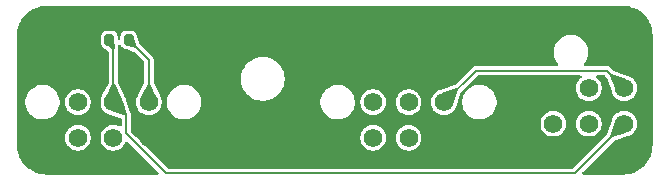
<source format=gbr>
%TF.GenerationSoftware,KiCad,Pcbnew,9.0.3*%
%TF.CreationDate,2025-10-12T18:36:48-05:00*%
%TF.ProjectId,MPPT-IOBreakoutPCB,4d505054-2d49-44f4-9272-65616b6f7574,rev?*%
%TF.SameCoordinates,Original*%
%TF.FileFunction,Copper,L1,Top*%
%TF.FilePolarity,Positive*%
%FSLAX46Y46*%
G04 Gerber Fmt 4.6, Leading zero omitted, Abs format (unit mm)*
G04 Created by KiCad (PCBNEW 9.0.3) date 2025-10-12 18:36:48*
%MOMM*%
%LPD*%
G01*
G04 APERTURE LIST*
G04 Aperture macros list*
%AMRoundRect*
0 Rectangle with rounded corners*
0 $1 Rounding radius*
0 $2 $3 $4 $5 $6 $7 $8 $9 X,Y pos of 4 corners*
0 Add a 4 corners polygon primitive as box body*
4,1,4,$2,$3,$4,$5,$6,$7,$8,$9,$2,$3,0*
0 Add four circle primitives for the rounded corners*
1,1,$1+$1,$2,$3*
1,1,$1+$1,$4,$5*
1,1,$1+$1,$6,$7*
1,1,$1+$1,$8,$9*
0 Add four rect primitives between the rounded corners*
20,1,$1+$1,$2,$3,$4,$5,0*
20,1,$1+$1,$4,$5,$6,$7,0*
20,1,$1+$1,$6,$7,$8,$9,0*
20,1,$1+$1,$8,$9,$2,$3,0*%
G04 Aperture macros list end*
%TA.AperFunction,SMDPad,CuDef*%
%ADD10RoundRect,0.200000X0.200000X0.275000X-0.200000X0.275000X-0.200000X-0.275000X0.200000X-0.275000X0*%
%TD*%
%TA.AperFunction,ComponentPad*%
%ADD11C,1.574800*%
%TD*%
%TA.AperFunction,Conductor*%
%ADD12C,0.200000*%
%TD*%
G04 APERTURE END LIST*
D10*
%TO.P,120m/s1,1,-*%
%TO.N,/CAN_H-out*%
X112150000Y-84400000D03*
%TO.P,120m/s1,2,+*%
%TO.N,/CAN_L-out*%
X110500000Y-84400000D03*
%TD*%
D11*
%TO.P,J1,1,Pin_1*%
%TO.N,+12V*%
X138840000Y-92679999D03*
%TO.P,J1,2,Pin_2*%
%TO.N,GND*%
X135840001Y-92679999D03*
%TO.P,J1,3,Pin_3*%
%TO.N,unconnected-(J1-Pin_3-Pad3)*%
X132840002Y-92679999D03*
%TO.P,J1,4,Pin_4*%
%TO.N,/CAN_H-in*%
X138840000Y-89680000D03*
%TO.P,J1,5,Pin_5*%
%TO.N,/CAN_L-in*%
X135840001Y-89680000D03*
%TO.P,J1,6,Pin_6*%
%TO.N,unconnected-(J1-Pin_6-Pad6)*%
X132840002Y-89680000D03*
%TD*%
%TO.P,J2,1,Pin_1*%
%TO.N,+12V*%
X113849998Y-92679999D03*
%TO.P,J2,2,Pin_2*%
%TO.N,GND*%
X110849999Y-92679999D03*
%TO.P,J2,3,Pin_3*%
%TO.N,unconnected-(J2-Pin_3-Pad3)*%
X107850000Y-92679999D03*
%TO.P,J2,4,Pin_4*%
%TO.N,/CAN_H-out*%
X113849998Y-89680000D03*
%TO.P,J2,5,Pin_5*%
%TO.N,/CAN_L-out*%
X110849999Y-89680000D03*
%TO.P,J2,6,Pin_6*%
%TO.N,unconnected-(J2-Pin_6-Pad6)*%
X107850000Y-89680000D03*
%TD*%
%TO.P,J3,1,Pin_1*%
%TO.N,+12V*%
X148104901Y-88490001D03*
%TO.P,J3,2,Pin_2*%
%TO.N,GND*%
X151104900Y-88490001D03*
%TO.P,J3,3,Pin_3*%
%TO.N,/CAN_H-in*%
X154104899Y-88490001D03*
%TO.P,J3,4,Pin_4*%
%TO.N,/CAN_L-in*%
X148104901Y-91490000D03*
%TO.P,J3,5,Pin_5*%
%TO.N,/CAN_H-out*%
X151104900Y-91490000D03*
%TO.P,J3,6,Pin_6*%
%TO.N,/CAN_L-out*%
X154104899Y-91490000D03*
%TD*%
D12*
%TO.N,/CAN_L-out*%
X111938399Y-90768400D02*
X110849999Y-89680000D01*
X111938399Y-92307631D02*
X111938399Y-90768400D01*
X115329768Y-95699000D02*
X111938399Y-92307631D01*
X149895899Y-95699000D02*
X115329768Y-95699000D01*
X154104899Y-91490000D02*
X149895899Y-95699000D01*
X110849999Y-84749999D02*
X110500000Y-84400000D01*
X110849999Y-89680000D02*
X110849999Y-84749999D01*
%TO.N,/CAN_H-out*%
X113849998Y-89680000D02*
X113849998Y-86099998D01*
X113849998Y-86099998D02*
X112150000Y-84400000D01*
%TO.N,/CAN_H-in*%
X141522501Y-86997499D02*
X152612397Y-86997499D01*
X138840000Y-89680000D02*
X141522501Y-86997499D01*
X152612397Y-86997499D02*
X154104899Y-88490001D01*
%TD*%
%TA.AperFunction,Conductor*%
%TO.N,+12V*%
G36*
X154003736Y-81500726D02*
G01*
X154293796Y-81518271D01*
X154308659Y-81520076D01*
X154590798Y-81571780D01*
X154605335Y-81575363D01*
X154879172Y-81660695D01*
X154893163Y-81666000D01*
X155154743Y-81783727D01*
X155167989Y-81790680D01*
X155413465Y-81939075D01*
X155425776Y-81947573D01*
X155651573Y-82124473D01*
X155662781Y-82134403D01*
X155865596Y-82337218D01*
X155875526Y-82348426D01*
X155995481Y-82501538D01*
X156052422Y-82574217D01*
X156060928Y-82586540D01*
X156209316Y-82832004D01*
X156216275Y-82845263D01*
X156333997Y-83106831D01*
X156339306Y-83120832D01*
X156424635Y-83394663D01*
X156428219Y-83409201D01*
X156479923Y-83691340D01*
X156481728Y-83706205D01*
X156499274Y-83996263D01*
X156499500Y-84003750D01*
X156499500Y-93296249D01*
X156499274Y-93303736D01*
X156481728Y-93593794D01*
X156479923Y-93608659D01*
X156428219Y-93890798D01*
X156424635Y-93905336D01*
X156339306Y-94179167D01*
X156333997Y-94193168D01*
X156216275Y-94454736D01*
X156209316Y-94467995D01*
X156060928Y-94713459D01*
X156052422Y-94725782D01*
X155875526Y-94951573D01*
X155865596Y-94962781D01*
X155662781Y-95165596D01*
X155651573Y-95175526D01*
X155425782Y-95352422D01*
X155413459Y-95360928D01*
X155167995Y-95509316D01*
X155154736Y-95516275D01*
X154893168Y-95633997D01*
X154879167Y-95639306D01*
X154605336Y-95724635D01*
X154590798Y-95728219D01*
X154308659Y-95779923D01*
X154293794Y-95781728D01*
X154003736Y-95799274D01*
X153996249Y-95799500D01*
X150661154Y-95799500D01*
X150594115Y-95779815D01*
X150548360Y-95727011D01*
X150538416Y-95657853D01*
X150567441Y-95594297D01*
X150573473Y-95587819D01*
X151209719Y-94951573D01*
X153207131Y-92954159D01*
X153255058Y-92924387D01*
X154346729Y-92554935D01*
X154346729Y-92554934D01*
X154348726Y-92554259D01*
X154359536Y-92551139D01*
X154359635Y-92551114D01*
X154359650Y-92551112D01*
X154522508Y-92498196D01*
X154675083Y-92420456D01*
X154813618Y-92319804D01*
X154934703Y-92198719D01*
X155035355Y-92060184D01*
X155113095Y-91907609D01*
X155166011Y-91744751D01*
X155192799Y-91575620D01*
X155192799Y-91404380D01*
X155166011Y-91235249D01*
X155113095Y-91072391D01*
X155035355Y-90919816D01*
X155035352Y-90919812D01*
X155035352Y-90919811D01*
X155006133Y-90879596D01*
X154934703Y-90781281D01*
X154813618Y-90660196D01*
X154745157Y-90610456D01*
X154675087Y-90559546D01*
X154675084Y-90559545D01*
X154675085Y-90559545D01*
X154675083Y-90559544D01*
X154522508Y-90481804D01*
X154359650Y-90428888D01*
X154359648Y-90428887D01*
X154359646Y-90428887D01*
X154241557Y-90410183D01*
X154190519Y-90402100D01*
X154019279Y-90402100D01*
X153980072Y-90408309D01*
X153850151Y-90428887D01*
X153687287Y-90481805D01*
X153534713Y-90559545D01*
X153534710Y-90559546D01*
X153438881Y-90629172D01*
X153396180Y-90660196D01*
X153396178Y-90660198D01*
X153396177Y-90660198D01*
X153275097Y-90781278D01*
X153275097Y-90781279D01*
X153275095Y-90781281D01*
X153267791Y-90791334D01*
X153174445Y-90919811D01*
X153174444Y-90919814D01*
X153096704Y-91072386D01*
X153043785Y-91235254D01*
X153043759Y-91235364D01*
X153040645Y-91246149D01*
X152670509Y-92339839D01*
X152640734Y-92387770D01*
X149766325Y-95262181D01*
X149705002Y-95295666D01*
X149678644Y-95298500D01*
X115547023Y-95298500D01*
X115479984Y-95278815D01*
X115459342Y-95262181D01*
X112791540Y-92594379D01*
X131752102Y-92594379D01*
X131752102Y-92765618D01*
X131778719Y-92933674D01*
X131778890Y-92934750D01*
X131831806Y-93097608D01*
X131901355Y-93234108D01*
X131909547Y-93250184D01*
X131909548Y-93250187D01*
X131943015Y-93296249D01*
X132010198Y-93388718D01*
X132131283Y-93509803D01*
X132209490Y-93566624D01*
X132269813Y-93610452D01*
X132269814Y-93610452D01*
X132269818Y-93610455D01*
X132422393Y-93688195D01*
X132585251Y-93741111D01*
X132754382Y-93767899D01*
X132754383Y-93767899D01*
X132925621Y-93767899D01*
X132925622Y-93767899D01*
X133094753Y-93741111D01*
X133257611Y-93688195D01*
X133410186Y-93610455D01*
X133548721Y-93509803D01*
X133669806Y-93388718D01*
X133770458Y-93250183D01*
X133848198Y-93097608D01*
X133901114Y-92934750D01*
X133927902Y-92765619D01*
X133927902Y-92594379D01*
X134752101Y-92594379D01*
X134752101Y-92765618D01*
X134778718Y-92933674D01*
X134778889Y-92934750D01*
X134831805Y-93097608D01*
X134901354Y-93234108D01*
X134909546Y-93250184D01*
X134909547Y-93250187D01*
X134943014Y-93296249D01*
X135010197Y-93388718D01*
X135131282Y-93509803D01*
X135209489Y-93566624D01*
X135269812Y-93610452D01*
X135269813Y-93610452D01*
X135269817Y-93610455D01*
X135422392Y-93688195D01*
X135585250Y-93741111D01*
X135754381Y-93767899D01*
X135754382Y-93767899D01*
X135925620Y-93767899D01*
X135925621Y-93767899D01*
X136094752Y-93741111D01*
X136257610Y-93688195D01*
X136410185Y-93610455D01*
X136548720Y-93509803D01*
X136669805Y-93388718D01*
X136770457Y-93250183D01*
X136848197Y-93097608D01*
X136901113Y-92934750D01*
X136927901Y-92765619D01*
X136927901Y-92594379D01*
X136901113Y-92425248D01*
X136848197Y-92262390D01*
X136770457Y-92109815D01*
X136770454Y-92109811D01*
X136770454Y-92109810D01*
X136734401Y-92060188D01*
X136669805Y-91971280D01*
X136548720Y-91850195D01*
X136496581Y-91812314D01*
X136410189Y-91749545D01*
X136410186Y-91749544D01*
X136410187Y-91749544D01*
X136410185Y-91749543D01*
X136257610Y-91671803D01*
X136094752Y-91618887D01*
X136094750Y-91618886D01*
X136094748Y-91618886D01*
X135976659Y-91600182D01*
X135925621Y-91592099D01*
X135754381Y-91592099D01*
X135715174Y-91598308D01*
X135585253Y-91618886D01*
X135422389Y-91671804D01*
X135269815Y-91749544D01*
X135269812Y-91749545D01*
X135166040Y-91824941D01*
X135131282Y-91850195D01*
X135131280Y-91850197D01*
X135131279Y-91850197D01*
X135010199Y-91971277D01*
X135010199Y-91971278D01*
X135010197Y-91971280D01*
X134984943Y-92006038D01*
X134909547Y-92109810D01*
X134909546Y-92109813D01*
X134831806Y-92262387D01*
X134778888Y-92425251D01*
X134752101Y-92594379D01*
X133927902Y-92594379D01*
X133901114Y-92425248D01*
X133848198Y-92262390D01*
X133770458Y-92109815D01*
X133770455Y-92109811D01*
X133770455Y-92109810D01*
X133734402Y-92060188D01*
X133669806Y-91971280D01*
X133548721Y-91850195D01*
X133496582Y-91812314D01*
X133410190Y-91749545D01*
X133410187Y-91749544D01*
X133410188Y-91749544D01*
X133410186Y-91749543D01*
X133257611Y-91671803D01*
X133094753Y-91618887D01*
X133094751Y-91618886D01*
X133094749Y-91618886D01*
X132976660Y-91600182D01*
X132925622Y-91592099D01*
X132754382Y-91592099D01*
X132715175Y-91598308D01*
X132585254Y-91618886D01*
X132422390Y-91671804D01*
X132269816Y-91749544D01*
X132269813Y-91749545D01*
X132166041Y-91824941D01*
X132131283Y-91850195D01*
X132131281Y-91850197D01*
X132131280Y-91850197D01*
X132010200Y-91971277D01*
X132010200Y-91971278D01*
X132010198Y-91971280D01*
X131984944Y-92006038D01*
X131909548Y-92109810D01*
X131909547Y-92109813D01*
X131831807Y-92262387D01*
X131778889Y-92425251D01*
X131752102Y-92594379D01*
X112791540Y-92594379D01*
X112375218Y-92178057D01*
X112341733Y-92116734D01*
X112338899Y-92090376D01*
X112338899Y-91404380D01*
X147017001Y-91404380D01*
X147017001Y-91575619D01*
X147041438Y-91729911D01*
X147043789Y-91744751D01*
X147073135Y-91835069D01*
X147096706Y-91907611D01*
X147174446Y-92060185D01*
X147174447Y-92060188D01*
X147210503Y-92109813D01*
X147275097Y-92198719D01*
X147396182Y-92319804D01*
X147423758Y-92339839D01*
X147534712Y-92420453D01*
X147534713Y-92420453D01*
X147534717Y-92420456D01*
X147687292Y-92498196D01*
X147850150Y-92551112D01*
X148019281Y-92577900D01*
X148019282Y-92577900D01*
X148190520Y-92577900D01*
X148190521Y-92577900D01*
X148359652Y-92551112D01*
X148522510Y-92498196D01*
X148675085Y-92420456D01*
X148813620Y-92319804D01*
X148934705Y-92198719D01*
X149035357Y-92060184D01*
X149113097Y-91907609D01*
X149166013Y-91744751D01*
X149192801Y-91575620D01*
X149192801Y-91404380D01*
X150017000Y-91404380D01*
X150017000Y-91575619D01*
X150041437Y-91729911D01*
X150043788Y-91744751D01*
X150073134Y-91835069D01*
X150096705Y-91907611D01*
X150174445Y-92060185D01*
X150174446Y-92060188D01*
X150210502Y-92109813D01*
X150275096Y-92198719D01*
X150396181Y-92319804D01*
X150423757Y-92339839D01*
X150534711Y-92420453D01*
X150534712Y-92420453D01*
X150534716Y-92420456D01*
X150687291Y-92498196D01*
X150850149Y-92551112D01*
X151019280Y-92577900D01*
X151019281Y-92577900D01*
X151190519Y-92577900D01*
X151190520Y-92577900D01*
X151359651Y-92551112D01*
X151522509Y-92498196D01*
X151675084Y-92420456D01*
X151813619Y-92319804D01*
X151934704Y-92198719D01*
X152035356Y-92060184D01*
X152113096Y-91907609D01*
X152166012Y-91744751D01*
X152192800Y-91575620D01*
X152192800Y-91404380D01*
X152166012Y-91235249D01*
X152113096Y-91072391D01*
X152035356Y-90919816D01*
X152035353Y-90919812D01*
X152035353Y-90919811D01*
X152006134Y-90879596D01*
X151934704Y-90781281D01*
X151813619Y-90660196D01*
X151745158Y-90610456D01*
X151675088Y-90559546D01*
X151675085Y-90559545D01*
X151675086Y-90559545D01*
X151675084Y-90559544D01*
X151522509Y-90481804D01*
X151359651Y-90428888D01*
X151359649Y-90428887D01*
X151359647Y-90428887D01*
X151241558Y-90410183D01*
X151190520Y-90402100D01*
X151019280Y-90402100D01*
X150980073Y-90408309D01*
X150850152Y-90428887D01*
X150687288Y-90481805D01*
X150534714Y-90559545D01*
X150534711Y-90559546D01*
X150438882Y-90629172D01*
X150396181Y-90660196D01*
X150396179Y-90660198D01*
X150396178Y-90660198D01*
X150275098Y-90781278D01*
X150275098Y-90781279D01*
X150275096Y-90781281D01*
X150267792Y-90791334D01*
X150174446Y-90919811D01*
X150174445Y-90919814D01*
X150096705Y-91072388D01*
X150043787Y-91235252D01*
X150017000Y-91404380D01*
X149192801Y-91404380D01*
X149166013Y-91235249D01*
X149113097Y-91072391D01*
X149035357Y-90919816D01*
X149035354Y-90919812D01*
X149035354Y-90919811D01*
X149006135Y-90879596D01*
X148934705Y-90781281D01*
X148813620Y-90660196D01*
X148745159Y-90610456D01*
X148675089Y-90559546D01*
X148675086Y-90559545D01*
X148675087Y-90559545D01*
X148675085Y-90559544D01*
X148522510Y-90481804D01*
X148359652Y-90428888D01*
X148359650Y-90428887D01*
X148359648Y-90428887D01*
X148241559Y-90410183D01*
X148190521Y-90402100D01*
X148019281Y-90402100D01*
X147980074Y-90408309D01*
X147850153Y-90428887D01*
X147687289Y-90481805D01*
X147534715Y-90559545D01*
X147534712Y-90559546D01*
X147438883Y-90629172D01*
X147396182Y-90660196D01*
X147396180Y-90660198D01*
X147396179Y-90660198D01*
X147275099Y-90781278D01*
X147275099Y-90781279D01*
X147275097Y-90781281D01*
X147267793Y-90791334D01*
X147174447Y-90919811D01*
X147174446Y-90919814D01*
X147096706Y-91072388D01*
X147043788Y-91235252D01*
X147017001Y-91404380D01*
X112338899Y-91404380D01*
X112338899Y-90715676D01*
X112338899Y-90715673D01*
X112322937Y-90656100D01*
X112311606Y-90613812D01*
X112311604Y-90613808D01*
X112296472Y-90587599D01*
X112286091Y-90564416D01*
X112258860Y-90481804D01*
X111934644Y-89498195D01*
X111914090Y-89435838D01*
X111911281Y-89425959D01*
X111911111Y-89425252D01*
X111911111Y-89425249D01*
X111858195Y-89262391D01*
X111780455Y-89109816D01*
X111780452Y-89109812D01*
X111780396Y-89109720D01*
X111774956Y-89099868D01*
X111774023Y-89097981D01*
X111774022Y-89097976D01*
X111267087Y-88072392D01*
X111263337Y-88064805D01*
X111250499Y-88009859D01*
X111250499Y-85203608D01*
X111254320Y-85174047D01*
X111250499Y-85106199D01*
X111250499Y-84919045D01*
X111270184Y-84852006D01*
X111322988Y-84806251D01*
X111392146Y-84796307D01*
X111455702Y-84825332D01*
X111490681Y-84875713D01*
X111506201Y-84917326D01*
X111506206Y-84917335D01*
X111592452Y-85032544D01*
X111592455Y-85032547D01*
X111707664Y-85118793D01*
X111707671Y-85118797D01*
X111842516Y-85169091D01*
X111868419Y-85171875D01*
X111902127Y-85175500D01*
X111968764Y-85175499D01*
X112011875Y-85183234D01*
X112550611Y-85382991D01*
X112595182Y-85411575D01*
X113413179Y-86229572D01*
X113446664Y-86290895D01*
X113449498Y-86317253D01*
X113449498Y-88009858D01*
X113436660Y-88064804D01*
X112925033Y-89099879D01*
X112919610Y-89109704D01*
X112919546Y-89109808D01*
X112841803Y-89262388D01*
X112788885Y-89425252D01*
X112762098Y-89594380D01*
X112762098Y-89765619D01*
X112788868Y-89934641D01*
X112788886Y-89934751D01*
X112841802Y-90097609D01*
X112913995Y-90239298D01*
X112919543Y-90250185D01*
X112919544Y-90250188D01*
X112961390Y-90307782D01*
X113020194Y-90388719D01*
X113141279Y-90509804D01*
X113209740Y-90559544D01*
X113279809Y-90610453D01*
X113279810Y-90610453D01*
X113279814Y-90610456D01*
X113432389Y-90688196D01*
X113595247Y-90741112D01*
X113764378Y-90767900D01*
X113764379Y-90767900D01*
X113935617Y-90767900D01*
X113935618Y-90767900D01*
X114104749Y-90741112D01*
X114267607Y-90688196D01*
X114420182Y-90610456D01*
X114558717Y-90509804D01*
X114679802Y-90388719D01*
X114780454Y-90250184D01*
X114858194Y-90097609D01*
X114911110Y-89934751D01*
X114937898Y-89765620D01*
X114937898Y-89594380D01*
X114933296Y-89565326D01*
X115392997Y-89565326D01*
X115392997Y-89794673D01*
X115428872Y-90021182D01*
X115499743Y-90239298D01*
X115575879Y-90388721D01*
X115603859Y-90443634D01*
X115738660Y-90629172D01*
X115900825Y-90791337D01*
X116086363Y-90926138D01*
X116182903Y-90975328D01*
X116290698Y-91030253D01*
X116290700Y-91030253D01*
X116290703Y-91030255D01*
X116407616Y-91068242D01*
X116508814Y-91101124D01*
X116735324Y-91137000D01*
X116735329Y-91137000D01*
X116964670Y-91137000D01*
X117191179Y-91101124D01*
X117213187Y-91093973D01*
X117409291Y-91030255D01*
X117613631Y-90926138D01*
X117799169Y-90791337D01*
X117961334Y-90629172D01*
X118096135Y-90443634D01*
X118200252Y-90239294D01*
X118271121Y-90021182D01*
X118284810Y-89934755D01*
X118306997Y-89794673D01*
X118306997Y-89565326D01*
X128383003Y-89565326D01*
X128383003Y-89794673D01*
X128418878Y-90021182D01*
X128489749Y-90239298D01*
X128565885Y-90388721D01*
X128593865Y-90443634D01*
X128728666Y-90629172D01*
X128890831Y-90791337D01*
X129076369Y-90926138D01*
X129172909Y-90975328D01*
X129280704Y-91030253D01*
X129280706Y-91030253D01*
X129280709Y-91030255D01*
X129397622Y-91068242D01*
X129498820Y-91101124D01*
X129725330Y-91137000D01*
X129725335Y-91137000D01*
X129954676Y-91137000D01*
X130181185Y-91101124D01*
X130203193Y-91093973D01*
X130399297Y-91030255D01*
X130603637Y-90926138D01*
X130789175Y-90791337D01*
X130951340Y-90629172D01*
X131086141Y-90443634D01*
X131190258Y-90239294D01*
X131261127Y-90021182D01*
X131274816Y-89934755D01*
X131297003Y-89794673D01*
X131297003Y-89594380D01*
X131752102Y-89594380D01*
X131752102Y-89765619D01*
X131778872Y-89934641D01*
X131778890Y-89934751D01*
X131831806Y-90097609D01*
X131903999Y-90239298D01*
X131909547Y-90250185D01*
X131909548Y-90250188D01*
X131951394Y-90307782D01*
X132010198Y-90388719D01*
X132131283Y-90509804D01*
X132199744Y-90559544D01*
X132269813Y-90610453D01*
X132269814Y-90610453D01*
X132269818Y-90610456D01*
X132422393Y-90688196D01*
X132585251Y-90741112D01*
X132754382Y-90767900D01*
X132754383Y-90767900D01*
X132925621Y-90767900D01*
X132925622Y-90767900D01*
X133094753Y-90741112D01*
X133257611Y-90688196D01*
X133410186Y-90610456D01*
X133548721Y-90509804D01*
X133669806Y-90388719D01*
X133770458Y-90250184D01*
X133848198Y-90097609D01*
X133901114Y-89934751D01*
X133927902Y-89765620D01*
X133927902Y-89594380D01*
X134752101Y-89594380D01*
X134752101Y-89765619D01*
X134778871Y-89934641D01*
X134778889Y-89934751D01*
X134831805Y-90097609D01*
X134903998Y-90239298D01*
X134909546Y-90250185D01*
X134909547Y-90250188D01*
X134951393Y-90307782D01*
X135010197Y-90388719D01*
X135131282Y-90509804D01*
X135199743Y-90559544D01*
X135269812Y-90610453D01*
X135269813Y-90610453D01*
X135269817Y-90610456D01*
X135422392Y-90688196D01*
X135585250Y-90741112D01*
X135754381Y-90767900D01*
X135754382Y-90767900D01*
X135925620Y-90767900D01*
X135925621Y-90767900D01*
X136094752Y-90741112D01*
X136257610Y-90688196D01*
X136410185Y-90610456D01*
X136548720Y-90509804D01*
X136669805Y-90388719D01*
X136770457Y-90250184D01*
X136848197Y-90097609D01*
X136901113Y-89934751D01*
X136927901Y-89765620D01*
X136927901Y-89594380D01*
X137752100Y-89594380D01*
X137752100Y-89765619D01*
X137778870Y-89934641D01*
X137778888Y-89934751D01*
X137831804Y-90097609D01*
X137903997Y-90239298D01*
X137909545Y-90250185D01*
X137909546Y-90250188D01*
X137951392Y-90307782D01*
X138010196Y-90388719D01*
X138131281Y-90509804D01*
X138199742Y-90559544D01*
X138269811Y-90610453D01*
X138269812Y-90610453D01*
X138269816Y-90610456D01*
X138422391Y-90688196D01*
X138585249Y-90741112D01*
X138754380Y-90767900D01*
X138754381Y-90767900D01*
X138925619Y-90767900D01*
X138925620Y-90767900D01*
X139094751Y-90741112D01*
X139257609Y-90688196D01*
X139410184Y-90610456D01*
X139548719Y-90509804D01*
X139669804Y-90388719D01*
X139770456Y-90250184D01*
X139848196Y-90097609D01*
X139901112Y-89934751D01*
X139901113Y-89934739D01*
X139901138Y-89934641D01*
X139904259Y-89923824D01*
X139904932Y-89921835D01*
X139904935Y-89921830D01*
X140025586Y-89565326D01*
X140382999Y-89565326D01*
X140382999Y-89794673D01*
X140418874Y-90021182D01*
X140489745Y-90239298D01*
X140565881Y-90388721D01*
X140593861Y-90443634D01*
X140728662Y-90629172D01*
X140890827Y-90791337D01*
X141076365Y-90926138D01*
X141172905Y-90975328D01*
X141280700Y-91030253D01*
X141280702Y-91030253D01*
X141280705Y-91030255D01*
X141397618Y-91068242D01*
X141498816Y-91101124D01*
X141725326Y-91137000D01*
X141725331Y-91137000D01*
X141954672Y-91137000D01*
X142181181Y-91101124D01*
X142203189Y-91093973D01*
X142399293Y-91030255D01*
X142603633Y-90926138D01*
X142789171Y-90791337D01*
X142951336Y-90629172D01*
X143086137Y-90443634D01*
X143190254Y-90239294D01*
X143261123Y-90021182D01*
X143274812Y-89934755D01*
X143296999Y-89794673D01*
X143296999Y-89565326D01*
X143261123Y-89338817D01*
X143190252Y-89120701D01*
X143089386Y-88922743D01*
X143086137Y-88916366D01*
X142951336Y-88730828D01*
X142789171Y-88568663D01*
X142603633Y-88433862D01*
X142545774Y-88404381D01*
X142399297Y-88329746D01*
X142181181Y-88258875D01*
X141954672Y-88223000D01*
X141954667Y-88223000D01*
X141725331Y-88223000D01*
X141725326Y-88223000D01*
X141498816Y-88258875D01*
X141280700Y-88329746D01*
X141076364Y-88433862D01*
X140890824Y-88568665D01*
X140728664Y-88730825D01*
X140593861Y-88916365D01*
X140489745Y-89120701D01*
X140418874Y-89338817D01*
X140382999Y-89565326D01*
X140025586Y-89565326D01*
X140274387Y-88830159D01*
X140304159Y-88782232D01*
X141652075Y-87434318D01*
X141713398Y-87400833D01*
X141739756Y-87397999D01*
X150375433Y-87397999D01*
X150442472Y-87417684D01*
X150488227Y-87470488D01*
X150498171Y-87539646D01*
X150469146Y-87603202D01*
X150448322Y-87622313D01*
X150396181Y-87660197D01*
X150396179Y-87660199D01*
X150396178Y-87660199D01*
X150275098Y-87781279D01*
X150275098Y-87781280D01*
X150275096Y-87781282D01*
X150249842Y-87816040D01*
X150174446Y-87919812D01*
X150174445Y-87919815D01*
X150096705Y-88072389D01*
X150043787Y-88235253D01*
X150017000Y-88404381D01*
X150017000Y-88575620D01*
X150042059Y-88733839D01*
X150043788Y-88744752D01*
X150071539Y-88830161D01*
X150096705Y-88907612D01*
X150174445Y-89060186D01*
X150174446Y-89060189D01*
X150210502Y-89109814D01*
X150275096Y-89198720D01*
X150396181Y-89319805D01*
X150455939Y-89363222D01*
X150534711Y-89420454D01*
X150534712Y-89420454D01*
X150534716Y-89420457D01*
X150687291Y-89498197D01*
X150850149Y-89551113D01*
X151019280Y-89577901D01*
X151019281Y-89577901D01*
X151190519Y-89577901D01*
X151190520Y-89577901D01*
X151359651Y-89551113D01*
X151522509Y-89498197D01*
X151675084Y-89420457D01*
X151813619Y-89319805D01*
X151934704Y-89198720D01*
X152035356Y-89060185D01*
X152113096Y-88907610D01*
X152166012Y-88744752D01*
X152192800Y-88575621D01*
X152192800Y-88404381D01*
X152166012Y-88235250D01*
X152113096Y-88072392D01*
X152035356Y-87919817D01*
X152035353Y-87919813D01*
X152035353Y-87919812D01*
X152006134Y-87879597D01*
X151934704Y-87781282D01*
X151813619Y-87660197D01*
X151761479Y-87622315D01*
X151718816Y-87566987D01*
X151712837Y-87497373D01*
X151745443Y-87435579D01*
X151806282Y-87401221D01*
X151834367Y-87397999D01*
X152395142Y-87397999D01*
X152424582Y-87406643D01*
X152454569Y-87413167D01*
X152459584Y-87416921D01*
X152462181Y-87417684D01*
X152482823Y-87434318D01*
X152640735Y-87592230D01*
X152670510Y-87640160D01*
X153039442Y-88730293D01*
X153040643Y-88733839D01*
X153043759Y-88744635D01*
X153043786Y-88744748D01*
X153043787Y-88744752D01*
X153071538Y-88830161D01*
X153096704Y-88907612D01*
X153174444Y-89060186D01*
X153174445Y-89060189D01*
X153210501Y-89109814D01*
X153275095Y-89198720D01*
X153396180Y-89319805D01*
X153455938Y-89363222D01*
X153534710Y-89420454D01*
X153534711Y-89420454D01*
X153534715Y-89420457D01*
X153687290Y-89498197D01*
X153850148Y-89551113D01*
X154019279Y-89577901D01*
X154019280Y-89577901D01*
X154190518Y-89577901D01*
X154190519Y-89577901D01*
X154359650Y-89551113D01*
X154522508Y-89498197D01*
X154675083Y-89420457D01*
X154813618Y-89319805D01*
X154934703Y-89198720D01*
X155035355Y-89060185D01*
X155113095Y-88907610D01*
X155166011Y-88744752D01*
X155192799Y-88575621D01*
X155192799Y-88404381D01*
X155166011Y-88235250D01*
X155113095Y-88072392D01*
X155035355Y-87919817D01*
X155035352Y-87919813D01*
X155035352Y-87919812D01*
X155006133Y-87879597D01*
X154934703Y-87781282D01*
X154813618Y-87660197D01*
X154748269Y-87612718D01*
X154675087Y-87559547D01*
X154675084Y-87559546D01*
X154675085Y-87559546D01*
X154675083Y-87559545D01*
X154626127Y-87534601D01*
X154522512Y-87481806D01*
X154359641Y-87428886D01*
X154359532Y-87428860D01*
X154348742Y-87425745D01*
X153255059Y-87055612D01*
X153207128Y-87025837D01*
X152858312Y-86677021D01*
X152858310Y-86677019D01*
X152812647Y-86650655D01*
X152766986Y-86624292D01*
X152716054Y-86610645D01*
X152665124Y-86596999D01*
X152665123Y-86596999D01*
X150807712Y-86596999D01*
X150740673Y-86577314D01*
X150694918Y-86524510D01*
X150684974Y-86455352D01*
X150713426Y-86392463D01*
X150716227Y-86389181D01*
X150716238Y-86389171D01*
X150851039Y-86203633D01*
X150955156Y-85999293D01*
X151026025Y-85781181D01*
X151061901Y-85554672D01*
X151061901Y-85325325D01*
X151026025Y-85098816D01*
X150967058Y-84917335D01*
X150955156Y-84880705D01*
X150955154Y-84880702D01*
X150955154Y-84880700D01*
X150900229Y-84772905D01*
X150851039Y-84676365D01*
X150716238Y-84490827D01*
X150554073Y-84328662D01*
X150368535Y-84193861D01*
X150300863Y-84159380D01*
X150164199Y-84089745D01*
X149946083Y-84018874D01*
X149719574Y-83982999D01*
X149719569Y-83982999D01*
X149490233Y-83982999D01*
X149490228Y-83982999D01*
X149263718Y-84018874D01*
X149045602Y-84089745D01*
X148841266Y-84193861D01*
X148655726Y-84328664D01*
X148493566Y-84490824D01*
X148358763Y-84676364D01*
X148254647Y-84880700D01*
X148183776Y-85098816D01*
X148147901Y-85325325D01*
X148147901Y-85554672D01*
X148183776Y-85781181D01*
X148254647Y-85999297D01*
X148335544Y-86158064D01*
X148358763Y-86203633D01*
X148493564Y-86389171D01*
X148493568Y-86389175D01*
X148496376Y-86392463D01*
X148524950Y-86456223D01*
X148514516Y-86525309D01*
X148468388Y-86577787D01*
X148402090Y-86596999D01*
X141469774Y-86596999D01*
X141367911Y-86624292D01*
X141276588Y-86677019D01*
X141276585Y-86677021D01*
X139737769Y-88215836D01*
X139689838Y-88245611D01*
X138596154Y-88615745D01*
X138585364Y-88618860D01*
X138585254Y-88618886D01*
X138422386Y-88671805D01*
X138269814Y-88749545D01*
X138269811Y-88749546D01*
X138166039Y-88824942D01*
X138131281Y-88850196D01*
X138131279Y-88850198D01*
X138131278Y-88850198D01*
X138010198Y-88971278D01*
X138010198Y-88971279D01*
X138010196Y-88971281D01*
X137984942Y-89006039D01*
X137909546Y-89109811D01*
X137909545Y-89109814D01*
X137831805Y-89262388D01*
X137778887Y-89425252D01*
X137752100Y-89594380D01*
X136927901Y-89594380D01*
X136901113Y-89425249D01*
X136848197Y-89262391D01*
X136770457Y-89109816D01*
X136770454Y-89109812D01*
X136770454Y-89109811D01*
X136734401Y-89060189D01*
X136669805Y-88971281D01*
X136548720Y-88850196D01*
X136496581Y-88812315D01*
X136410189Y-88749546D01*
X136410186Y-88749545D01*
X136410187Y-88749545D01*
X136410185Y-88749544D01*
X136257610Y-88671804D01*
X136094752Y-88618888D01*
X136094750Y-88618887D01*
X136094748Y-88618887D01*
X135976659Y-88600183D01*
X135925621Y-88592100D01*
X135754381Y-88592100D01*
X135715174Y-88598309D01*
X135585253Y-88618887D01*
X135422389Y-88671805D01*
X135269815Y-88749545D01*
X135269812Y-88749546D01*
X135166040Y-88824942D01*
X135131282Y-88850196D01*
X135131280Y-88850198D01*
X135131279Y-88850198D01*
X135010199Y-88971278D01*
X135010199Y-88971279D01*
X135010197Y-88971281D01*
X134984943Y-89006039D01*
X134909547Y-89109811D01*
X134909546Y-89109814D01*
X134831806Y-89262388D01*
X134778888Y-89425252D01*
X134752101Y-89594380D01*
X133927902Y-89594380D01*
X133901114Y-89425249D01*
X133848198Y-89262391D01*
X133770458Y-89109816D01*
X133770455Y-89109812D01*
X133770455Y-89109811D01*
X133734402Y-89060189D01*
X133669806Y-88971281D01*
X133548721Y-88850196D01*
X133496582Y-88812315D01*
X133410190Y-88749546D01*
X133410187Y-88749545D01*
X133410188Y-88749545D01*
X133410186Y-88749544D01*
X133257611Y-88671804D01*
X133094753Y-88618888D01*
X133094751Y-88618887D01*
X133094749Y-88618887D01*
X132976660Y-88600183D01*
X132925622Y-88592100D01*
X132754382Y-88592100D01*
X132715175Y-88598309D01*
X132585254Y-88618887D01*
X132422390Y-88671805D01*
X132269816Y-88749545D01*
X132269813Y-88749546D01*
X132166041Y-88824942D01*
X132131283Y-88850196D01*
X132131281Y-88850198D01*
X132131280Y-88850198D01*
X132010200Y-88971278D01*
X132010200Y-88971279D01*
X132010198Y-88971281D01*
X131984944Y-89006039D01*
X131909548Y-89109811D01*
X131909547Y-89109814D01*
X131831807Y-89262388D01*
X131778889Y-89425252D01*
X131752102Y-89594380D01*
X131297003Y-89594380D01*
X131297003Y-89565326D01*
X131261127Y-89338817D01*
X131190256Y-89120701D01*
X131089390Y-88922743D01*
X131086141Y-88916366D01*
X130951340Y-88730828D01*
X130789175Y-88568663D01*
X130603637Y-88433862D01*
X130545778Y-88404381D01*
X130399301Y-88329746D01*
X130181185Y-88258875D01*
X129954676Y-88223000D01*
X129954671Y-88223000D01*
X129725335Y-88223000D01*
X129725330Y-88223000D01*
X129498820Y-88258875D01*
X129280704Y-88329746D01*
X129076368Y-88433862D01*
X128890828Y-88568665D01*
X128728668Y-88730825D01*
X128593865Y-88916365D01*
X128489749Y-89120701D01*
X128418878Y-89338817D01*
X128383003Y-89565326D01*
X118306997Y-89565326D01*
X118271121Y-89338817D01*
X118200250Y-89120701D01*
X118099384Y-88922743D01*
X118096135Y-88916366D01*
X117961334Y-88730828D01*
X117799169Y-88568663D01*
X117613631Y-88433862D01*
X117555772Y-88404381D01*
X117409295Y-88329746D01*
X117191179Y-88258875D01*
X116964670Y-88223000D01*
X116964665Y-88223000D01*
X116735329Y-88223000D01*
X116735324Y-88223000D01*
X116508814Y-88258875D01*
X116290698Y-88329746D01*
X116086362Y-88433862D01*
X115900822Y-88568665D01*
X115738662Y-88730825D01*
X115603859Y-88916365D01*
X115499743Y-89120701D01*
X115428872Y-89338817D01*
X115392997Y-89565326D01*
X114933296Y-89565326D01*
X114911110Y-89425249D01*
X114858194Y-89262391D01*
X114780454Y-89109816D01*
X114780451Y-89109812D01*
X114780395Y-89109720D01*
X114774955Y-89099868D01*
X114774022Y-89097981D01*
X114774021Y-89097976D01*
X114267086Y-88072392D01*
X114263336Y-88064805D01*
X114250498Y-88009859D01*
X114250498Y-87578711D01*
X121649500Y-87578711D01*
X121649500Y-87821288D01*
X121681161Y-88061785D01*
X121743947Y-88296104D01*
X121836773Y-88520205D01*
X121836776Y-88520212D01*
X121958064Y-88730289D01*
X121958066Y-88730292D01*
X121958067Y-88730293D01*
X122105733Y-88922736D01*
X122105739Y-88922743D01*
X122277256Y-89094260D01*
X122277263Y-89094266D01*
X122390321Y-89181018D01*
X122469711Y-89241936D01*
X122679788Y-89363224D01*
X122903900Y-89456054D01*
X123138211Y-89518838D01*
X123318586Y-89542584D01*
X123378711Y-89550500D01*
X123378712Y-89550500D01*
X123621289Y-89550500D01*
X123669388Y-89544167D01*
X123861789Y-89518838D01*
X124096100Y-89456054D01*
X124110315Y-89450165D01*
X124120617Y-89445899D01*
X124182046Y-89420454D01*
X124320212Y-89363224D01*
X124530289Y-89241936D01*
X124722738Y-89094265D01*
X124894265Y-88922738D01*
X125041936Y-88730289D01*
X125163224Y-88520212D01*
X125256054Y-88296100D01*
X125318838Y-88061789D01*
X125350500Y-87821288D01*
X125350500Y-87578712D01*
X125348956Y-87566987D01*
X125336252Y-87470488D01*
X125318838Y-87338211D01*
X125256054Y-87103900D01*
X125163224Y-86879788D01*
X125041936Y-86669711D01*
X124894265Y-86477262D01*
X124894260Y-86477256D01*
X124722743Y-86305739D01*
X124722736Y-86305733D01*
X124530293Y-86158067D01*
X124530292Y-86158066D01*
X124530289Y-86158064D01*
X124320212Y-86036776D01*
X124320205Y-86036773D01*
X124096104Y-85943947D01*
X123861785Y-85881161D01*
X123621289Y-85849500D01*
X123621288Y-85849500D01*
X123378712Y-85849500D01*
X123378711Y-85849500D01*
X123138214Y-85881161D01*
X122903895Y-85943947D01*
X122679794Y-86036773D01*
X122679788Y-86036776D01*
X122469706Y-86158067D01*
X122277263Y-86305733D01*
X122277256Y-86305739D01*
X122105739Y-86477256D01*
X122105733Y-86477263D01*
X121958067Y-86669706D01*
X121836777Y-86879785D01*
X121836773Y-86879794D01*
X121743947Y-87103895D01*
X121681161Y-87338214D01*
X121649500Y-87578711D01*
X114250498Y-87578711D01*
X114250498Y-86047271D01*
X114250497Y-86047265D01*
X114247687Y-86036778D01*
X114247686Y-86036776D01*
X114247685Y-86036773D01*
X114223205Y-85945410D01*
X114170478Y-85854085D01*
X113154251Y-84837858D01*
X113128173Y-84799522D01*
X113126778Y-84796307D01*
X112906348Y-84288132D01*
X112860740Y-84182989D01*
X112850499Y-84133644D01*
X112850499Y-84077129D01*
X112850498Y-84077123D01*
X112844091Y-84017516D01*
X112793797Y-83882671D01*
X112793793Y-83882664D01*
X112707547Y-83767455D01*
X112707544Y-83767452D01*
X112592335Y-83681206D01*
X112592328Y-83681202D01*
X112457486Y-83630910D01*
X112457485Y-83630909D01*
X112457483Y-83630909D01*
X112397873Y-83624500D01*
X112397863Y-83624500D01*
X111902129Y-83624500D01*
X111902123Y-83624501D01*
X111842516Y-83630908D01*
X111707671Y-83681202D01*
X111707664Y-83681206D01*
X111592455Y-83767452D01*
X111592452Y-83767455D01*
X111506206Y-83882664D01*
X111506202Y-83882671D01*
X111455910Y-84017513D01*
X111455909Y-84017517D01*
X111449500Y-84077127D01*
X111449500Y-84077134D01*
X111449500Y-84077135D01*
X111449500Y-84266030D01*
X111442668Y-84289294D01*
X111440094Y-84313402D01*
X111433001Y-84322215D01*
X111429815Y-84333069D01*
X111411492Y-84348945D01*
X111396291Y-84367837D01*
X111385558Y-84371417D01*
X111377011Y-84378824D01*
X111353014Y-84382274D01*
X111330013Y-84389948D01*
X111319049Y-84387158D01*
X111307853Y-84388768D01*
X111285797Y-84378695D01*
X111262301Y-84372716D01*
X111254587Y-84364442D01*
X111244297Y-84359743D01*
X111231188Y-84339345D01*
X111214655Y-84321612D01*
X111209110Y-84304990D01*
X111206523Y-84300965D01*
X111203486Y-84288132D01*
X111202485Y-84282606D01*
X111200499Y-84260504D01*
X111200499Y-84077129D01*
X111200498Y-84077123D01*
X111194091Y-84017516D01*
X111143797Y-83882671D01*
X111143793Y-83882664D01*
X111057547Y-83767455D01*
X111057544Y-83767452D01*
X110942335Y-83681206D01*
X110942328Y-83681202D01*
X110807486Y-83630910D01*
X110807485Y-83630909D01*
X110807483Y-83630909D01*
X110747873Y-83624500D01*
X110747863Y-83624500D01*
X110252129Y-83624500D01*
X110252123Y-83624501D01*
X110192516Y-83630908D01*
X110057671Y-83681202D01*
X110057664Y-83681206D01*
X109942455Y-83767452D01*
X109942452Y-83767455D01*
X109856206Y-83882664D01*
X109856202Y-83882671D01*
X109805910Y-84017513D01*
X109805909Y-84017517D01*
X109799500Y-84077127D01*
X109799500Y-84077134D01*
X109799500Y-84077135D01*
X109799500Y-84722870D01*
X109799501Y-84722876D01*
X109805908Y-84782483D01*
X109856202Y-84917328D01*
X109856206Y-84917335D01*
X109942452Y-85032544D01*
X109942455Y-85032547D01*
X110057664Y-85118793D01*
X110057673Y-85118798D01*
X110118667Y-85141547D01*
X110146101Y-85155905D01*
X110174294Y-85175499D01*
X110396267Y-85329773D01*
X110440082Y-85384197D01*
X110449499Y-85431596D01*
X110449499Y-88009858D01*
X110436661Y-88064804D01*
X109925034Y-89099879D01*
X109919611Y-89109704D01*
X109919547Y-89109808D01*
X109841804Y-89262388D01*
X109788886Y-89425252D01*
X109762099Y-89594380D01*
X109762099Y-89765619D01*
X109788869Y-89934641D01*
X109788887Y-89934751D01*
X109841803Y-90097609D01*
X109913996Y-90239298D01*
X109919544Y-90250185D01*
X109919545Y-90250188D01*
X109961391Y-90307782D01*
X110020195Y-90388719D01*
X110141280Y-90509804D01*
X110209741Y-90559544D01*
X110279810Y-90610453D01*
X110279811Y-90610453D01*
X110279815Y-90610456D01*
X110432390Y-90688196D01*
X110595248Y-90741112D01*
X110595257Y-90741113D01*
X110599985Y-90742249D01*
X110599890Y-90742642D01*
X110614763Y-90746726D01*
X110614769Y-90746707D01*
X110615826Y-90747018D01*
X110619553Y-90748042D01*
X110620276Y-90748330D01*
X111448953Y-90992555D01*
X111507693Y-91030388D01*
X111536655Y-91093973D01*
X111537899Y-91111497D01*
X111537899Y-91607173D01*
X111518214Y-91674212D01*
X111465410Y-91719967D01*
X111396252Y-91729911D01*
X111357604Y-91717658D01*
X111267610Y-91671804D01*
X111267609Y-91671803D01*
X111267608Y-91671803D01*
X111104750Y-91618887D01*
X111104748Y-91618886D01*
X111104746Y-91618886D01*
X110986657Y-91600182D01*
X110935619Y-91592099D01*
X110764379Y-91592099D01*
X110725172Y-91598308D01*
X110595251Y-91618886D01*
X110432387Y-91671804D01*
X110279813Y-91749544D01*
X110279810Y-91749545D01*
X110176038Y-91824941D01*
X110141280Y-91850195D01*
X110141278Y-91850197D01*
X110141277Y-91850197D01*
X110020197Y-91971277D01*
X110020197Y-91971278D01*
X110020195Y-91971280D01*
X109994941Y-92006038D01*
X109919545Y-92109810D01*
X109919544Y-92109813D01*
X109841804Y-92262387D01*
X109788886Y-92425251D01*
X109762099Y-92594379D01*
X109762099Y-92765618D01*
X109788716Y-92933674D01*
X109788887Y-92934750D01*
X109841803Y-93097608D01*
X109911352Y-93234108D01*
X109919544Y-93250184D01*
X109919545Y-93250187D01*
X109953012Y-93296249D01*
X110020195Y-93388718D01*
X110141280Y-93509803D01*
X110219487Y-93566624D01*
X110279810Y-93610452D01*
X110279811Y-93610452D01*
X110279815Y-93610455D01*
X110432390Y-93688195D01*
X110595248Y-93741111D01*
X110764379Y-93767899D01*
X110764380Y-93767899D01*
X110935618Y-93767899D01*
X110935619Y-93767899D01*
X111104750Y-93741111D01*
X111267608Y-93688195D01*
X111420183Y-93610455D01*
X111558718Y-93509803D01*
X111679803Y-93388718D01*
X111780455Y-93250183D01*
X111858195Y-93097608D01*
X111870166Y-93060763D01*
X111909601Y-93003091D01*
X111973959Y-92975891D01*
X112042806Y-92987805D01*
X112075777Y-93011402D01*
X114652194Y-95587819D01*
X114685679Y-95649142D01*
X114680695Y-95718834D01*
X114638823Y-95774767D01*
X114573359Y-95799184D01*
X114564513Y-95799500D01*
X105203751Y-95799500D01*
X105196264Y-95799274D01*
X104906205Y-95781728D01*
X104891340Y-95779923D01*
X104609201Y-95728219D01*
X104594663Y-95724635D01*
X104320832Y-95639306D01*
X104306831Y-95633997D01*
X104045263Y-95516275D01*
X104032004Y-95509316D01*
X103786540Y-95360928D01*
X103774217Y-95352422D01*
X103701773Y-95295666D01*
X103548426Y-95175526D01*
X103537218Y-95165596D01*
X103334403Y-94962781D01*
X103324473Y-94951573D01*
X103147573Y-94725776D01*
X103139075Y-94713465D01*
X102990680Y-94467989D01*
X102983727Y-94454743D01*
X102866000Y-94193163D01*
X102860693Y-94179167D01*
X102775364Y-93905336D01*
X102771780Y-93890798D01*
X102720076Y-93608659D01*
X102718271Y-93593794D01*
X102700726Y-93303736D01*
X102700500Y-93296249D01*
X102700500Y-92594379D01*
X106762100Y-92594379D01*
X106762100Y-92765618D01*
X106788717Y-92933674D01*
X106788888Y-92934750D01*
X106841804Y-93097608D01*
X106911353Y-93234108D01*
X106919545Y-93250184D01*
X106919546Y-93250187D01*
X106953013Y-93296249D01*
X107020196Y-93388718D01*
X107141281Y-93509803D01*
X107219488Y-93566624D01*
X107279811Y-93610452D01*
X107279812Y-93610452D01*
X107279816Y-93610455D01*
X107432391Y-93688195D01*
X107595249Y-93741111D01*
X107764380Y-93767899D01*
X107764381Y-93767899D01*
X107935619Y-93767899D01*
X107935620Y-93767899D01*
X108104751Y-93741111D01*
X108267609Y-93688195D01*
X108420184Y-93610455D01*
X108558719Y-93509803D01*
X108679804Y-93388718D01*
X108780456Y-93250183D01*
X108858196Y-93097608D01*
X108911112Y-92934750D01*
X108937900Y-92765619D01*
X108937900Y-92594379D01*
X108911112Y-92425248D01*
X108858196Y-92262390D01*
X108780456Y-92109815D01*
X108780453Y-92109811D01*
X108780453Y-92109810D01*
X108744400Y-92060188D01*
X108679804Y-91971280D01*
X108558719Y-91850195D01*
X108506580Y-91812314D01*
X108420188Y-91749545D01*
X108420185Y-91749544D01*
X108420186Y-91749544D01*
X108420184Y-91749543D01*
X108267609Y-91671803D01*
X108104751Y-91618887D01*
X108104749Y-91618886D01*
X108104747Y-91618886D01*
X107986658Y-91600182D01*
X107935620Y-91592099D01*
X107764380Y-91592099D01*
X107725173Y-91598308D01*
X107595252Y-91618886D01*
X107432388Y-91671804D01*
X107279814Y-91749544D01*
X107279811Y-91749545D01*
X107176039Y-91824941D01*
X107141281Y-91850195D01*
X107141279Y-91850197D01*
X107141278Y-91850197D01*
X107020198Y-91971277D01*
X107020198Y-91971278D01*
X107020196Y-91971280D01*
X106994942Y-92006038D01*
X106919546Y-92109810D01*
X106919545Y-92109813D01*
X106841805Y-92262387D01*
X106788887Y-92425251D01*
X106762100Y-92594379D01*
X102700500Y-92594379D01*
X102700500Y-89565326D01*
X103393001Y-89565326D01*
X103393001Y-89794673D01*
X103428876Y-90021182D01*
X103499747Y-90239298D01*
X103575883Y-90388721D01*
X103603863Y-90443634D01*
X103738664Y-90629172D01*
X103900829Y-90791337D01*
X104086367Y-90926138D01*
X104182907Y-90975328D01*
X104290702Y-91030253D01*
X104290704Y-91030253D01*
X104290707Y-91030255D01*
X104407620Y-91068242D01*
X104508818Y-91101124D01*
X104735328Y-91137000D01*
X104735333Y-91137000D01*
X104964674Y-91137000D01*
X105191183Y-91101124D01*
X105213191Y-91093973D01*
X105409295Y-91030255D01*
X105613635Y-90926138D01*
X105799173Y-90791337D01*
X105961338Y-90629172D01*
X106096139Y-90443634D01*
X106200256Y-90239294D01*
X106271125Y-90021182D01*
X106284814Y-89934755D01*
X106307001Y-89794673D01*
X106307001Y-89594380D01*
X106762100Y-89594380D01*
X106762100Y-89765619D01*
X106788870Y-89934641D01*
X106788888Y-89934751D01*
X106841804Y-90097609D01*
X106913997Y-90239298D01*
X106919545Y-90250185D01*
X106919546Y-90250188D01*
X106961392Y-90307782D01*
X107020196Y-90388719D01*
X107141281Y-90509804D01*
X107209742Y-90559544D01*
X107279811Y-90610453D01*
X107279812Y-90610453D01*
X107279816Y-90610456D01*
X107432391Y-90688196D01*
X107595249Y-90741112D01*
X107764380Y-90767900D01*
X107764381Y-90767900D01*
X107935619Y-90767900D01*
X107935620Y-90767900D01*
X108104751Y-90741112D01*
X108267609Y-90688196D01*
X108420184Y-90610456D01*
X108558719Y-90509804D01*
X108679804Y-90388719D01*
X108780456Y-90250184D01*
X108858196Y-90097609D01*
X108911112Y-89934751D01*
X108937900Y-89765620D01*
X108937900Y-89594380D01*
X108911112Y-89425249D01*
X108858196Y-89262391D01*
X108780456Y-89109816D01*
X108780453Y-89109812D01*
X108780453Y-89109811D01*
X108744400Y-89060189D01*
X108679804Y-88971281D01*
X108558719Y-88850196D01*
X108506580Y-88812315D01*
X108420188Y-88749546D01*
X108420185Y-88749545D01*
X108420186Y-88749545D01*
X108420184Y-88749544D01*
X108267609Y-88671804D01*
X108104751Y-88618888D01*
X108104749Y-88618887D01*
X108104747Y-88618887D01*
X107986658Y-88600183D01*
X107935620Y-88592100D01*
X107764380Y-88592100D01*
X107725173Y-88598309D01*
X107595252Y-88618887D01*
X107432388Y-88671805D01*
X107279814Y-88749545D01*
X107279811Y-88749546D01*
X107176039Y-88824942D01*
X107141281Y-88850196D01*
X107141279Y-88850198D01*
X107141278Y-88850198D01*
X107020198Y-88971278D01*
X107020198Y-88971279D01*
X107020196Y-88971281D01*
X106994942Y-89006039D01*
X106919546Y-89109811D01*
X106919545Y-89109814D01*
X106841805Y-89262388D01*
X106788887Y-89425252D01*
X106762100Y-89594380D01*
X106307001Y-89594380D01*
X106307001Y-89565326D01*
X106271125Y-89338817D01*
X106200254Y-89120701D01*
X106099388Y-88922743D01*
X106096139Y-88916366D01*
X105961338Y-88730828D01*
X105799173Y-88568663D01*
X105613635Y-88433862D01*
X105555776Y-88404381D01*
X105409299Y-88329746D01*
X105191183Y-88258875D01*
X104964674Y-88223000D01*
X104964669Y-88223000D01*
X104735333Y-88223000D01*
X104735328Y-88223000D01*
X104508818Y-88258875D01*
X104290702Y-88329746D01*
X104086366Y-88433862D01*
X103900826Y-88568665D01*
X103738666Y-88730825D01*
X103603863Y-88916365D01*
X103499747Y-89120701D01*
X103428876Y-89338817D01*
X103393001Y-89565326D01*
X102700500Y-89565326D01*
X102700500Y-84003750D01*
X102700726Y-83996263D01*
X102718271Y-83706205D01*
X102720076Y-83691340D01*
X102721934Y-83681204D01*
X102771780Y-83409197D01*
X102775364Y-83394663D01*
X102852096Y-83148422D01*
X102860696Y-83120822D01*
X102865998Y-83106841D01*
X102983731Y-82845249D01*
X102990676Y-82832016D01*
X103139080Y-82586526D01*
X103147567Y-82574230D01*
X103324480Y-82348417D01*
X103334395Y-82337226D01*
X103537226Y-82134395D01*
X103548417Y-82124480D01*
X103774230Y-81947567D01*
X103786526Y-81939080D01*
X104032016Y-81790676D01*
X104045249Y-81783731D01*
X104306841Y-81665998D01*
X104320822Y-81660696D01*
X104594668Y-81575362D01*
X104609197Y-81571780D01*
X104891344Y-81520075D01*
X104906201Y-81518271D01*
X105196264Y-81500726D01*
X105203751Y-81500500D01*
X105265892Y-81500500D01*
X153934108Y-81500500D01*
X153996249Y-81500500D01*
X154003736Y-81500726D01*
G37*
%TD.AperFunction*%
%TD*%
%TA.AperFunction,Conductor*%
%TO.N,/CAN_L-out*%
G36*
X111620905Y-89530148D02*
G01*
X111625505Y-89536205D01*
X112033335Y-90773478D01*
X112032670Y-90782408D01*
X112025886Y-90788253D01*
X112022223Y-90788841D01*
X111840088Y-90788841D01*
X111836780Y-90788364D01*
X111836403Y-90788253D01*
X111670202Y-90739270D01*
X110706635Y-90455290D01*
X110699669Y-90449664D01*
X110698467Y-90441788D01*
X110848473Y-89686677D01*
X110853446Y-89679232D01*
X110857676Y-89677482D01*
X111612126Y-89528390D01*
X111620905Y-89530148D01*
G37*
%TD.AperFunction*%
%TD*%
%TA.AperFunction,Conductor*%
%TO.N,/CAN_L-out*%
G36*
X154097918Y-91487772D02*
G01*
X154105369Y-91492740D01*
X154107126Y-91496980D01*
X154256522Y-92252205D01*
X154254765Y-92260985D01*
X154248795Y-92265558D01*
X153079640Y-92661234D01*
X153070705Y-92660640D01*
X153067616Y-92658424D01*
X152936474Y-92527282D01*
X152933047Y-92519009D01*
X152933662Y-92515264D01*
X153329340Y-91346102D01*
X153335239Y-91339365D01*
X153342690Y-91338376D01*
X154097918Y-91487772D01*
G37*
%TD.AperFunction*%
%TD*%
%TA.AperFunction,Conductor*%
%TO.N,/CAN_L-out*%
G36*
X110895496Y-84320202D02*
G01*
X110900537Y-84327603D01*
X110900763Y-84329329D01*
X110949303Y-85191225D01*
X110946347Y-85199678D01*
X110938280Y-85203564D01*
X110937622Y-85203583D01*
X110753665Y-85203583D01*
X110746988Y-85201490D01*
X110276370Y-84874404D01*
X110271532Y-84866869D01*
X110272555Y-84859619D01*
X110497475Y-84404112D01*
X110504211Y-84398212D01*
X110505574Y-84397839D01*
X110886700Y-84318532D01*
X110895496Y-84320202D01*
G37*
%TD.AperFunction*%
%TD*%
%TA.AperFunction,Conductor*%
%TO.N,/CAN_L-out*%
G36*
X110951004Y-88123757D02*
G01*
X110953220Y-88126846D01*
X111500152Y-89233347D01*
X111500746Y-89242282D01*
X111496173Y-89248252D01*
X110856509Y-89676640D01*
X110847729Y-89678397D01*
X110843489Y-89676640D01*
X110203824Y-89248252D01*
X110198856Y-89240801D01*
X110199844Y-89233349D01*
X110746778Y-88126845D01*
X110753516Y-88120947D01*
X110757267Y-88120330D01*
X110942731Y-88120330D01*
X110951004Y-88123757D01*
G37*
%TD.AperFunction*%
%TD*%
%TA.AperFunction,Conductor*%
%TO.N,/CAN_H-out*%
G36*
X113951003Y-88123757D02*
G01*
X113953219Y-88126846D01*
X114500151Y-89233347D01*
X114500745Y-89242282D01*
X114496172Y-89248252D01*
X113856508Y-89676640D01*
X113847728Y-89678397D01*
X113843488Y-89676640D01*
X113203823Y-89248252D01*
X113198855Y-89240801D01*
X113199843Y-89233349D01*
X113746777Y-88126845D01*
X113753515Y-88120947D01*
X113757266Y-88120330D01*
X113942730Y-88120330D01*
X113951003Y-88123757D01*
G37*
%TD.AperFunction*%
%TD*%
%TA.AperFunction,Conductor*%
%TO.N,/CAN_H-out*%
G36*
X112548335Y-84238704D02*
G01*
X112554569Y-84244848D01*
X112871848Y-84976292D01*
X112871996Y-84985246D01*
X112869387Y-84989221D01*
X112738899Y-85119709D01*
X112730626Y-85123136D01*
X112726558Y-85122406D01*
X112068578Y-84878435D01*
X112062013Y-84872346D01*
X112061150Y-84865291D01*
X112148114Y-84405521D01*
X112153019Y-84398030D01*
X112155147Y-84396882D01*
X112539383Y-84238685D01*
X112548335Y-84238704D01*
G37*
%TD.AperFunction*%
%TD*%
%TA.AperFunction,Conductor*%
%TO.N,/CAN_H-in*%
G36*
X139874193Y-88509359D02*
G01*
X139877282Y-88511575D01*
X140008424Y-88642717D01*
X140011851Y-88650990D01*
X140011234Y-88654741D01*
X139615558Y-89823896D01*
X139609659Y-89830634D01*
X139602205Y-89831623D01*
X138846980Y-89682227D01*
X138839529Y-89677259D01*
X138837772Y-89673019D01*
X138688376Y-88917791D01*
X138690133Y-88909014D01*
X138696101Y-88904441D01*
X139865260Y-88508765D01*
X139874193Y-88509359D01*
G37*
%TD.AperFunction*%
%TD*%
%TA.AperFunction,Conductor*%
%TO.N,/CAN_H-in*%
G36*
X153079635Y-87318765D02*
G01*
X154248795Y-87714442D01*
X154255533Y-87720341D01*
X154256522Y-87727795D01*
X154107126Y-88483020D01*
X154102158Y-88490471D01*
X154097918Y-88492228D01*
X153342693Y-88641624D01*
X153333913Y-88639867D01*
X153329340Y-88633897D01*
X153280881Y-88490708D01*
X152933664Y-87464740D01*
X152934258Y-87455807D01*
X152936471Y-87452721D01*
X153067617Y-87321575D01*
X153075889Y-87318149D01*
X153079635Y-87318765D01*
G37*
%TD.AperFunction*%
%TD*%
M02*

</source>
